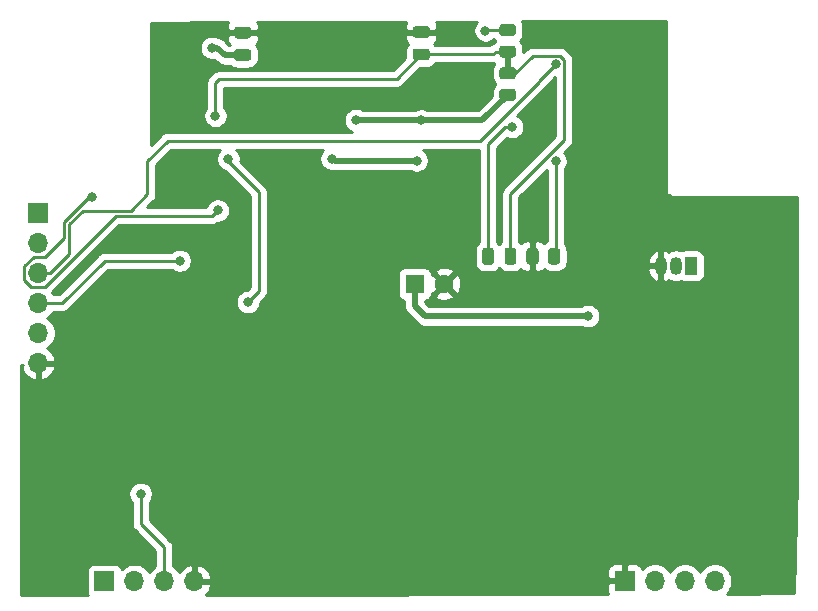
<source format=gbr>
%TF.GenerationSoftware,KiCad,Pcbnew,5.1.9+dfsg1-1*%
%TF.CreationDate,2021-05-21T09:37:11+02:00*%
%TF.ProjectId,vscp-din-m1-wireless-p1,76736370-2d64-4696-9e2d-6d312d776972,rev?*%
%TF.SameCoordinates,Original*%
%TF.FileFunction,Copper,L2,Bot*%
%TF.FilePolarity,Positive*%
%FSLAX46Y46*%
G04 Gerber Fmt 4.6, Leading zero omitted, Abs format (unit mm)*
G04 Created by KiCad (PCBNEW 5.1.9+dfsg1-1) date 2021-05-21 09:37:11*
%MOMM*%
%LPD*%
G01*
G04 APERTURE LIST*
%TA.AperFunction,ComponentPad*%
%ADD10O,1.700000X1.700000*%
%TD*%
%TA.AperFunction,ComponentPad*%
%ADD11R,1.700000X1.700000*%
%TD*%
%TA.AperFunction,ComponentPad*%
%ADD12C,1.600000*%
%TD*%
%TA.AperFunction,ComponentPad*%
%ADD13R,1.600000X1.600000*%
%TD*%
%TA.AperFunction,ComponentPad*%
%ADD14R,1.050000X1.500000*%
%TD*%
%TA.AperFunction,ComponentPad*%
%ADD15O,1.050000X1.500000*%
%TD*%
%TA.AperFunction,ViaPad*%
%ADD16C,0.800000*%
%TD*%
%TA.AperFunction,Conductor*%
%ADD17C,0.250000*%
%TD*%
%TA.AperFunction,Conductor*%
%ADD18C,0.500000*%
%TD*%
%TA.AperFunction,Conductor*%
%ADD19C,0.254000*%
%TD*%
%TA.AperFunction,Conductor*%
%ADD20C,0.100000*%
%TD*%
G04 APERTURE END LIST*
D10*
%TO.P,J3,6*%
%TO.N,GND*%
X72110600Y-99695000D03*
%TO.P,J3,5*%
%TO.N,VCC*%
X72110600Y-97155000D03*
%TO.P,J3,4*%
%TO.N,/RESET*%
X72110600Y-94615000D03*
%TO.P,J3,3*%
%TO.N,/RXD*%
X72110600Y-92075000D03*
%TO.P,J3,2*%
%TO.N,/TXD*%
X72110600Y-89535000D03*
D11*
%TO.P,J3,1*%
%TO.N,/FLASH*%
X72110600Y-86995000D03*
%TD*%
%TO.P,R8,2*%
%TO.N,Net-(R8-Pad2)*%
%TA.AperFunction,SMDPad,CuDef*%
G36*
G01*
X115284200Y-91102601D02*
X115284200Y-90202599D01*
G75*
G02*
X115534199Y-89952600I249999J0D01*
G01*
X116059201Y-89952600D01*
G75*
G02*
X116309200Y-90202599I0J-249999D01*
G01*
X116309200Y-91102601D01*
G75*
G02*
X116059201Y-91352600I-249999J0D01*
G01*
X115534199Y-91352600D01*
G75*
G02*
X115284200Y-91102601I0J249999D01*
G01*
G37*
%TD.AperFunction*%
%TO.P,R8,1*%
%TO.N,GND*%
%TA.AperFunction,SMDPad,CuDef*%
G36*
G01*
X113459200Y-91102601D02*
X113459200Y-90202599D01*
G75*
G02*
X113709199Y-89952600I249999J0D01*
G01*
X114234201Y-89952600D01*
G75*
G02*
X114484200Y-90202599I0J-249999D01*
G01*
X114484200Y-91102601D01*
G75*
G02*
X114234201Y-91352600I-249999J0D01*
G01*
X113709199Y-91352600D01*
G75*
G02*
X113459200Y-91102601I0J249999D01*
G01*
G37*
%TD.AperFunction*%
%TD*%
%TO.P,R4,2*%
%TO.N,Net-(R4-Pad2)*%
%TA.AperFunction,SMDPad,CuDef*%
G36*
G01*
X110700400Y-90177600D02*
X110700400Y-91127600D01*
G75*
G02*
X110450400Y-91377600I-250000J0D01*
G01*
X109950400Y-91377600D01*
G75*
G02*
X109700400Y-91127600I0J250000D01*
G01*
X109700400Y-90177600D01*
G75*
G02*
X109950400Y-89927600I250000J0D01*
G01*
X110450400Y-89927600D01*
G75*
G02*
X110700400Y-90177600I0J-250000D01*
G01*
G37*
%TD.AperFunction*%
%TO.P,R4,1*%
%TO.N,/RESET*%
%TA.AperFunction,SMDPad,CuDef*%
G36*
G01*
X112600400Y-90177600D02*
X112600400Y-91127600D01*
G75*
G02*
X112350400Y-91377600I-250000J0D01*
G01*
X111850400Y-91377600D01*
G75*
G02*
X111600400Y-91127600I0J250000D01*
G01*
X111600400Y-90177600D01*
G75*
G02*
X111850400Y-89927600I250000J0D01*
G01*
X112350400Y-89927600D01*
G75*
G02*
X112600400Y-90177600I0J-250000D01*
G01*
G37*
%TD.AperFunction*%
%TD*%
%TO.P,R3,2*%
%TO.N,/RESET*%
%TA.AperFunction,SMDPad,CuDef*%
G36*
G01*
X111411599Y-72815400D02*
X112311601Y-72815400D01*
G75*
G02*
X112561600Y-73065399I0J-249999D01*
G01*
X112561600Y-73590401D01*
G75*
G02*
X112311601Y-73840400I-249999J0D01*
G01*
X111411599Y-73840400D01*
G75*
G02*
X111161600Y-73590401I0J249999D01*
G01*
X111161600Y-73065399D01*
G75*
G02*
X111411599Y-72815400I249999J0D01*
G01*
G37*
%TD.AperFunction*%
%TO.P,R3,1*%
%TO.N,Net-(R3-Pad1)*%
%TA.AperFunction,SMDPad,CuDef*%
G36*
G01*
X111411599Y-70990400D02*
X112311601Y-70990400D01*
G75*
G02*
X112561600Y-71240399I0J-249999D01*
G01*
X112561600Y-71765401D01*
G75*
G02*
X112311601Y-72015400I-249999J0D01*
G01*
X111411599Y-72015400D01*
G75*
G02*
X111161600Y-71765401I0J249999D01*
G01*
X111161600Y-71240399D01*
G75*
G02*
X111411599Y-70990400I249999J0D01*
G01*
G37*
%TD.AperFunction*%
%TD*%
%TO.P,R2,2*%
%TO.N,/RESET*%
%TA.AperFunction,SMDPad,CuDef*%
G36*
G01*
X112311601Y-75673000D02*
X111411599Y-75673000D01*
G75*
G02*
X111161600Y-75423001I0J249999D01*
G01*
X111161600Y-74897999D01*
G75*
G02*
X111411599Y-74648000I249999J0D01*
G01*
X112311601Y-74648000D01*
G75*
G02*
X112561600Y-74897999I0J-249999D01*
G01*
X112561600Y-75423001D01*
G75*
G02*
X112311601Y-75673000I-249999J0D01*
G01*
G37*
%TD.AperFunction*%
%TO.P,R2,1*%
%TO.N,VCC*%
%TA.AperFunction,SMDPad,CuDef*%
G36*
G01*
X112311601Y-77498000D02*
X111411599Y-77498000D01*
G75*
G02*
X111161600Y-77248001I0J249999D01*
G01*
X111161600Y-76722999D01*
G75*
G02*
X111411599Y-76473000I249999J0D01*
G01*
X112311601Y-76473000D01*
G75*
G02*
X112561600Y-76722999I0J-249999D01*
G01*
X112561600Y-77248001D01*
G75*
G02*
X112311601Y-77498000I-249999J0D01*
G01*
G37*
%TD.AperFunction*%
%TD*%
%TO.P,C4,2*%
%TO.N,GND*%
%TA.AperFunction,SMDPad,CuDef*%
G36*
G01*
X89908400Y-72219400D02*
X88958400Y-72219400D01*
G75*
G02*
X88708400Y-71969400I0J250000D01*
G01*
X88708400Y-71469400D01*
G75*
G02*
X88958400Y-71219400I250000J0D01*
G01*
X89908400Y-71219400D01*
G75*
G02*
X90158400Y-71469400I0J-250000D01*
G01*
X90158400Y-71969400D01*
G75*
G02*
X89908400Y-72219400I-250000J0D01*
G01*
G37*
%TD.AperFunction*%
%TO.P,C4,1*%
%TO.N,VCC*%
%TA.AperFunction,SMDPad,CuDef*%
G36*
G01*
X89908400Y-74119400D02*
X88958400Y-74119400D01*
G75*
G02*
X88708400Y-73869400I0J250000D01*
G01*
X88708400Y-73369400D01*
G75*
G02*
X88958400Y-73119400I250000J0D01*
G01*
X89908400Y-73119400D01*
G75*
G02*
X90158400Y-73369400I0J-250000D01*
G01*
X90158400Y-73869400D01*
G75*
G02*
X89908400Y-74119400I-250000J0D01*
G01*
G37*
%TD.AperFunction*%
%TD*%
%TO.P,C3,2*%
%TO.N,GND*%
%TA.AperFunction,SMDPad,CuDef*%
G36*
G01*
X105021400Y-72168600D02*
X104071400Y-72168600D01*
G75*
G02*
X103821400Y-71918600I0J250000D01*
G01*
X103821400Y-71418600D01*
G75*
G02*
X104071400Y-71168600I250000J0D01*
G01*
X105021400Y-71168600D01*
G75*
G02*
X105271400Y-71418600I0J-250000D01*
G01*
X105271400Y-71918600D01*
G75*
G02*
X105021400Y-72168600I-250000J0D01*
G01*
G37*
%TD.AperFunction*%
%TO.P,C3,1*%
%TO.N,/RESET*%
%TA.AperFunction,SMDPad,CuDef*%
G36*
G01*
X105021400Y-74068600D02*
X104071400Y-74068600D01*
G75*
G02*
X103821400Y-73818600I0J250000D01*
G01*
X103821400Y-73318600D01*
G75*
G02*
X104071400Y-73068600I250000J0D01*
G01*
X105021400Y-73068600D01*
G75*
G02*
X105271400Y-73318600I0J-250000D01*
G01*
X105271400Y-73818600D01*
G75*
G02*
X105021400Y-74068600I-250000J0D01*
G01*
G37*
%TD.AperFunction*%
%TD*%
D12*
%TO.P,C2,2*%
%TO.N,GND*%
X106500000Y-93000000D03*
D13*
%TO.P,C2,1*%
%TO.N,VCC*%
X104000000Y-93000000D03*
%TD*%
D14*
%TO.P,Q1,1*%
%TO.N,Net-(Q1-Pad1)*%
X127381000Y-91465400D03*
D15*
%TO.P,Q1,3*%
%TO.N,GND*%
X124841000Y-91465400D03*
%TO.P,Q1,2*%
%TO.N,Net-(J1-Pad3)*%
X126111000Y-91465400D03*
%TD*%
D10*
%TO.P,J2,4*%
%TO.N,VCC*%
X129413000Y-118135400D03*
%TO.P,J2,3*%
%TO.N,Net-(J2-Pad3)*%
X126873000Y-118135400D03*
%TO.P,J2,2*%
%TO.N,Net-(J2-Pad2)*%
X124333000Y-118135400D03*
D11*
%TO.P,J2,1*%
%TO.N,GND*%
X121793000Y-118135400D03*
%TD*%
D10*
%TO.P,J1,4*%
%TO.N,GND*%
X85344000Y-118160800D03*
%TO.P,J1,3*%
%TO.N,Net-(J1-Pad3)*%
X82804000Y-118160800D03*
%TO.P,J1,2*%
%TO.N,Net-(J1-Pad2)*%
X80264000Y-118160800D03*
D11*
%TO.P,J1,1*%
%TO.N,VDD*%
X77724000Y-118160800D03*
%TD*%
D16*
%TO.N,Net-(J1-Pad3)*%
X80797400Y-110769400D03*
%TO.N,Net-(J1-Pad2)*%
X80264000Y-118160800D03*
%TO.N,GND*%
X115011200Y-78155800D03*
X108051600Y-102971600D03*
X91973400Y-84124800D03*
X87299800Y-91490800D03*
X97688400Y-72440800D03*
X122199400Y-102793800D03*
X118313200Y-78028800D03*
X124968000Y-87452200D03*
X112039400Y-82753200D03*
X80467200Y-100228400D03*
X80060800Y-107315000D03*
X77393800Y-94335600D03*
X71805800Y-112699800D03*
%TO.N,VCC*%
X86817200Y-72999600D03*
X104546400Y-79146400D03*
X118668800Y-95732600D03*
X104165400Y-82550000D03*
X96951800Y-82397600D03*
X99009200Y-79121000D03*
%TO.N,/RESET*%
X87122000Y-78765400D03*
X84099400Y-91033600D03*
%TO.N,Net-(R3-Pad1)*%
X109982000Y-71551800D03*
%TO.N,Net-(R4-Pad2)*%
X112242600Y-79705200D03*
%TO.N,Net-(R5-Pad2)*%
X87325200Y-86766400D03*
X76657200Y-85625000D03*
%TO.N,Net-(R8-Pad2)*%
X115925600Y-82600800D03*
%TO.N,/RXD*%
X115925600Y-74396600D03*
%TO.N,Net-(R16-Pad2)*%
X89865200Y-94538800D03*
X88214200Y-82423000D03*
%TD*%
D17*
%TO.N,Net-(J1-Pad3)*%
X80797400Y-110769400D02*
X80797400Y-113284000D01*
X82804000Y-115290600D02*
X82804000Y-118160800D01*
X80797400Y-113284000D02*
X82804000Y-115290600D01*
%TO.N,GND*%
X122021600Y-102971600D02*
X122199400Y-102793800D01*
X108051600Y-102971600D02*
X122021600Y-102971600D01*
X124968000Y-91338400D02*
X124841000Y-91465400D01*
X124968000Y-87452200D02*
X124968000Y-91338400D01*
D18*
%TO.N,VCC*%
X89433400Y-73619400D02*
X87894200Y-73619400D01*
X87274400Y-72999600D02*
X86817200Y-72999600D01*
X87894200Y-73619400D02*
X87274400Y-72999600D01*
X118668800Y-95732600D02*
X104876600Y-95732600D01*
X104000000Y-94856000D02*
X104000000Y-93000000D01*
X104876600Y-95732600D02*
X104000000Y-94856000D01*
X109700700Y-79146400D02*
X111861600Y-76985500D01*
X104546400Y-79146400D02*
X109700700Y-79146400D01*
X104165400Y-82550000D02*
X97256600Y-82550000D01*
X97104200Y-82397600D02*
X96951800Y-82397600D01*
X97256600Y-82550000D02*
X97104200Y-82397600D01*
X104521000Y-79121000D02*
X104546400Y-79146400D01*
X99009200Y-79121000D02*
X104521000Y-79121000D01*
%TO.N,/RESET*%
X111861600Y-75160500D02*
X111861600Y-73327900D01*
D17*
X111861600Y-73327900D02*
X110847500Y-73327900D01*
X110606800Y-73568600D02*
X104546400Y-73568600D01*
X110847500Y-73327900D02*
X110606800Y-73568600D01*
X111861600Y-75160500D02*
X112494700Y-75160500D01*
X112100400Y-85352998D02*
X112100400Y-90652600D01*
X116650601Y-80802797D02*
X112100400Y-85352998D01*
X113983601Y-73671599D02*
X116273601Y-73671599D01*
X116650601Y-74048599D02*
X116650601Y-80802797D01*
X116273601Y-73671599D02*
X116650601Y-74048599D01*
X112494700Y-75160500D02*
X113983601Y-73671599D01*
X104546400Y-73568600D02*
X102473800Y-75641200D01*
X102473800Y-75641200D02*
X87452200Y-75641200D01*
X87452200Y-75641200D02*
X87122000Y-75971400D01*
X87122000Y-75971400D02*
X87122000Y-78765400D01*
X84099400Y-91033600D02*
X77749400Y-91033600D01*
X74168000Y-94615000D02*
X72110600Y-94615000D01*
X77749400Y-91033600D02*
X74168000Y-94615000D01*
%TO.N,Net-(R3-Pad1)*%
X110030900Y-71502900D02*
X109982000Y-71551800D01*
X111861600Y-71502900D02*
X110030900Y-71502900D01*
%TO.N,Net-(R4-Pad2)*%
X112242600Y-79705200D02*
X111633000Y-79705200D01*
X110200400Y-81137800D02*
X110200400Y-90652600D01*
X111633000Y-79705200D02*
X110200400Y-81137800D01*
%TO.N,Net-(R5-Pad2)*%
X72674601Y-90710001D02*
X74276790Y-89107812D01*
X70935599Y-91510999D02*
X71736597Y-90710001D01*
X71736597Y-90710001D02*
X72674601Y-90710001D01*
X71546599Y-93250001D02*
X70935599Y-92639001D01*
X70935599Y-92639001D02*
X70935599Y-91510999D01*
X72674601Y-93250001D02*
X71546599Y-93250001D01*
X74276790Y-87748400D02*
X76401790Y-85623400D01*
X78682792Y-87241810D02*
X72674601Y-93250001D01*
X74276790Y-89107812D02*
X74276790Y-87748400D01*
X86849790Y-87241810D02*
X78682792Y-87241810D01*
X87325200Y-86766400D02*
X86849790Y-87241810D01*
X76655600Y-85623400D02*
X76657200Y-85625000D01*
X76401790Y-85623400D02*
X76655600Y-85623400D01*
%TO.N,Net-(R8-Pad2)*%
X115925600Y-90523700D02*
X115796700Y-90652600D01*
X115925600Y-82600800D02*
X115925600Y-90523700D01*
%TO.N,/RXD*%
X115925600Y-74396600D02*
X114503200Y-75819000D01*
X114503200Y-75869590D02*
X109499190Y-80873600D01*
X114503200Y-75819000D02*
X114503200Y-75869590D01*
X109499190Y-80873600D02*
X83083400Y-80873600D01*
X81350010Y-82606990D02*
X81350010Y-85400990D01*
X83083400Y-80873600D02*
X81350010Y-82606990D01*
X81350010Y-85400990D02*
X79959200Y-86791800D01*
X79959200Y-86791800D02*
X75869800Y-86791800D01*
X75869800Y-86791800D02*
X74752200Y-87909400D01*
X74752200Y-88632402D02*
X74726800Y-88657802D01*
X74752200Y-87909400D02*
X74752200Y-88632402D01*
X74726800Y-88657802D02*
X74726800Y-90500200D01*
X73152000Y-92075000D02*
X72110600Y-92075000D01*
X74726800Y-90500200D02*
X73152000Y-92075000D01*
%TO.N,Net-(R16-Pad2)*%
X89865200Y-94538800D02*
X90805000Y-93599000D01*
X90805000Y-93599000D02*
X90805000Y-85242400D01*
X90805000Y-85242400D02*
X88061800Y-82499200D01*
X88138000Y-82499200D02*
X88214200Y-82423000D01*
X88061800Y-82499200D02*
X88138000Y-82499200D01*
%TD*%
D19*
%TO.N,GND*%
X125247400Y-85318600D02*
X125249840Y-85343376D01*
X125257067Y-85367201D01*
X125268803Y-85389157D01*
X125284597Y-85408403D01*
X125303843Y-85424197D01*
X125325799Y-85435933D01*
X125349624Y-85443160D01*
X125373008Y-85445592D01*
X125513145Y-85447129D01*
X125531052Y-85468948D01*
X125631550Y-85551425D01*
X125746207Y-85612710D01*
X125870617Y-85650450D01*
X126000000Y-85663193D01*
X126032419Y-85660000D01*
X136340001Y-85660000D01*
X136340000Y-109644061D01*
X136146540Y-119202439D01*
X130435072Y-119213435D01*
X130566475Y-119082032D01*
X130728990Y-118838811D01*
X130840932Y-118568558D01*
X130898000Y-118281660D01*
X130898000Y-117989140D01*
X130840932Y-117702242D01*
X130728990Y-117431989D01*
X130566475Y-117188768D01*
X130359632Y-116981925D01*
X130116411Y-116819410D01*
X129846158Y-116707468D01*
X129559260Y-116650400D01*
X129266740Y-116650400D01*
X128979842Y-116707468D01*
X128709589Y-116819410D01*
X128466368Y-116981925D01*
X128259525Y-117188768D01*
X128143000Y-117363160D01*
X128026475Y-117188768D01*
X127819632Y-116981925D01*
X127576411Y-116819410D01*
X127306158Y-116707468D01*
X127019260Y-116650400D01*
X126726740Y-116650400D01*
X126439842Y-116707468D01*
X126169589Y-116819410D01*
X125926368Y-116981925D01*
X125719525Y-117188768D01*
X125603000Y-117363160D01*
X125486475Y-117188768D01*
X125279632Y-116981925D01*
X125036411Y-116819410D01*
X124766158Y-116707468D01*
X124479260Y-116650400D01*
X124186740Y-116650400D01*
X123899842Y-116707468D01*
X123629589Y-116819410D01*
X123386368Y-116981925D01*
X123254513Y-117113780D01*
X123232502Y-117041220D01*
X123173537Y-116930906D01*
X123094185Y-116834215D01*
X122997494Y-116754863D01*
X122887180Y-116695898D01*
X122767482Y-116659588D01*
X122643000Y-116647328D01*
X122078750Y-116650400D01*
X121920000Y-116809150D01*
X121920000Y-118008400D01*
X121940000Y-118008400D01*
X121940000Y-118262400D01*
X121920000Y-118262400D01*
X121920000Y-118282400D01*
X121666000Y-118282400D01*
X121666000Y-118262400D01*
X120466750Y-118262400D01*
X120308000Y-118421150D01*
X120304928Y-118985400D01*
X120317188Y-119109882D01*
X120353498Y-119229580D01*
X120355242Y-119232842D01*
X86290590Y-119298427D01*
X86344269Y-119258388D01*
X86539178Y-119042155D01*
X86688157Y-118792052D01*
X86785481Y-118517691D01*
X86664814Y-118287800D01*
X85471000Y-118287800D01*
X85471000Y-118307800D01*
X85217000Y-118307800D01*
X85217000Y-118287800D01*
X85197000Y-118287800D01*
X85197000Y-118033800D01*
X85217000Y-118033800D01*
X85217000Y-116840645D01*
X85471000Y-116840645D01*
X85471000Y-118033800D01*
X86664814Y-118033800D01*
X86785481Y-117803909D01*
X86688157Y-117529548D01*
X86542726Y-117285400D01*
X120304928Y-117285400D01*
X120308000Y-117849650D01*
X120466750Y-118008400D01*
X121666000Y-118008400D01*
X121666000Y-116809150D01*
X121507250Y-116650400D01*
X120943000Y-116647328D01*
X120818518Y-116659588D01*
X120698820Y-116695898D01*
X120588506Y-116754863D01*
X120491815Y-116834215D01*
X120412463Y-116930906D01*
X120353498Y-117041220D01*
X120317188Y-117160918D01*
X120304928Y-117285400D01*
X86542726Y-117285400D01*
X86539178Y-117279445D01*
X86344269Y-117063212D01*
X86110920Y-116889159D01*
X85848099Y-116763975D01*
X85700890Y-116719324D01*
X85471000Y-116840645D01*
X85217000Y-116840645D01*
X84987110Y-116719324D01*
X84839901Y-116763975D01*
X84577080Y-116889159D01*
X84343731Y-117063212D01*
X84148822Y-117279445D01*
X84079195Y-117396334D01*
X83957475Y-117214168D01*
X83750632Y-117007325D01*
X83564000Y-116882622D01*
X83564000Y-115327923D01*
X83567676Y-115290600D01*
X83564000Y-115253277D01*
X83564000Y-115253267D01*
X83553003Y-115141614D01*
X83509546Y-114998353D01*
X83438975Y-114866325D01*
X83438974Y-114866323D01*
X83367799Y-114779597D01*
X83344001Y-114750599D01*
X83315004Y-114726802D01*
X81557400Y-112969199D01*
X81557400Y-111473111D01*
X81601337Y-111429174D01*
X81714605Y-111259656D01*
X81792626Y-111071298D01*
X81832400Y-110871339D01*
X81832400Y-110667461D01*
X81792626Y-110467502D01*
X81714605Y-110279144D01*
X81601337Y-110109626D01*
X81457174Y-109965463D01*
X81287656Y-109852195D01*
X81099298Y-109774174D01*
X80899339Y-109734400D01*
X80695461Y-109734400D01*
X80495502Y-109774174D01*
X80307144Y-109852195D01*
X80137626Y-109965463D01*
X79993463Y-110109626D01*
X79880195Y-110279144D01*
X79802174Y-110467502D01*
X79762400Y-110667461D01*
X79762400Y-110871339D01*
X79802174Y-111071298D01*
X79880195Y-111259656D01*
X79993463Y-111429174D01*
X80037400Y-111473111D01*
X80037401Y-113246668D01*
X80033724Y-113284000D01*
X80048398Y-113432985D01*
X80091854Y-113576246D01*
X80162426Y-113708276D01*
X80233601Y-113795002D01*
X80257400Y-113824001D01*
X80286398Y-113847799D01*
X82044000Y-115605402D01*
X82044001Y-116882621D01*
X81857368Y-117007325D01*
X81650525Y-117214168D01*
X81534000Y-117388560D01*
X81417475Y-117214168D01*
X81210632Y-117007325D01*
X80967411Y-116844810D01*
X80697158Y-116732868D01*
X80410260Y-116675800D01*
X80117740Y-116675800D01*
X79830842Y-116732868D01*
X79560589Y-116844810D01*
X79317368Y-117007325D01*
X79185513Y-117139180D01*
X79163502Y-117066620D01*
X79104537Y-116956306D01*
X79025185Y-116859615D01*
X78928494Y-116780263D01*
X78818180Y-116721298D01*
X78698482Y-116684988D01*
X78574000Y-116672728D01*
X76874000Y-116672728D01*
X76749518Y-116684988D01*
X76629820Y-116721298D01*
X76519506Y-116780263D01*
X76422815Y-116859615D01*
X76343463Y-116956306D01*
X76284498Y-117066620D01*
X76248188Y-117186318D01*
X76235928Y-117310800D01*
X76235928Y-119010800D01*
X76248188Y-119135282D01*
X76284498Y-119254980D01*
X76317984Y-119317627D01*
X70660000Y-119328520D01*
X70660000Y-99822002D01*
X70790444Y-99822002D01*
X70669124Y-100051890D01*
X70713775Y-100199099D01*
X70838959Y-100461920D01*
X71013012Y-100695269D01*
X71229245Y-100890178D01*
X71479348Y-101039157D01*
X71753709Y-101136481D01*
X71983600Y-101015814D01*
X71983600Y-99822000D01*
X72237600Y-99822000D01*
X72237600Y-101015814D01*
X72467491Y-101136481D01*
X72741852Y-101039157D01*
X72991955Y-100890178D01*
X73208188Y-100695269D01*
X73382241Y-100461920D01*
X73507425Y-100199099D01*
X73552076Y-100051890D01*
X73430755Y-99822000D01*
X72237600Y-99822000D01*
X71983600Y-99822000D01*
X71963600Y-99822000D01*
X71963600Y-99568000D01*
X71983600Y-99568000D01*
X71983600Y-99548000D01*
X72237600Y-99548000D01*
X72237600Y-99568000D01*
X73430755Y-99568000D01*
X73552076Y-99338110D01*
X73507425Y-99190901D01*
X73382241Y-98928080D01*
X73208188Y-98694731D01*
X72991955Y-98499822D01*
X72875066Y-98430195D01*
X73057232Y-98308475D01*
X73264075Y-98101632D01*
X73426590Y-97858411D01*
X73538532Y-97588158D01*
X73595600Y-97301260D01*
X73595600Y-97008740D01*
X73538532Y-96721842D01*
X73426590Y-96451589D01*
X73264075Y-96208368D01*
X73057232Y-96001525D01*
X72882840Y-95885000D01*
X73057232Y-95768475D01*
X73264075Y-95561632D01*
X73388778Y-95375000D01*
X74130678Y-95375000D01*
X74168000Y-95378676D01*
X74205322Y-95375000D01*
X74205333Y-95375000D01*
X74316986Y-95364003D01*
X74460247Y-95320546D01*
X74592276Y-95249974D01*
X74708001Y-95155001D01*
X74731804Y-95125997D01*
X78064203Y-91793600D01*
X83395689Y-91793600D01*
X83439626Y-91837537D01*
X83609144Y-91950805D01*
X83797502Y-92028826D01*
X83997461Y-92068600D01*
X84201339Y-92068600D01*
X84401298Y-92028826D01*
X84589656Y-91950805D01*
X84759174Y-91837537D01*
X84903337Y-91693374D01*
X85016605Y-91523856D01*
X85094626Y-91335498D01*
X85134400Y-91135539D01*
X85134400Y-90931661D01*
X85094626Y-90731702D01*
X85016605Y-90543344D01*
X84903337Y-90373826D01*
X84759174Y-90229663D01*
X84589656Y-90116395D01*
X84401298Y-90038374D01*
X84201339Y-89998600D01*
X83997461Y-89998600D01*
X83797502Y-90038374D01*
X83609144Y-90116395D01*
X83439626Y-90229663D01*
X83395689Y-90273600D01*
X77786722Y-90273600D01*
X77749399Y-90269924D01*
X77712076Y-90273600D01*
X77712067Y-90273600D01*
X77600414Y-90284597D01*
X77457153Y-90328054D01*
X77325124Y-90398626D01*
X77325122Y-90398627D01*
X77325123Y-90398627D01*
X77238396Y-90469801D01*
X77238392Y-90469805D01*
X77209399Y-90493599D01*
X77185605Y-90522592D01*
X73853199Y-93855000D01*
X73388778Y-93855000D01*
X73290895Y-93708508D01*
X78997594Y-88001810D01*
X86812468Y-88001810D01*
X86849790Y-88005486D01*
X86887112Y-88001810D01*
X86887123Y-88001810D01*
X86998776Y-87990813D01*
X87142037Y-87947356D01*
X87274066Y-87876784D01*
X87365922Y-87801400D01*
X87427139Y-87801400D01*
X87627098Y-87761626D01*
X87815456Y-87683605D01*
X87984974Y-87570337D01*
X88129137Y-87426174D01*
X88242405Y-87256656D01*
X88320426Y-87068298D01*
X88360200Y-86868339D01*
X88360200Y-86664461D01*
X88320426Y-86464502D01*
X88242405Y-86276144D01*
X88129137Y-86106626D01*
X87984974Y-85962463D01*
X87815456Y-85849195D01*
X87627098Y-85771174D01*
X87427139Y-85731400D01*
X87223261Y-85731400D01*
X87023302Y-85771174D01*
X86834944Y-85849195D01*
X86665426Y-85962463D01*
X86521263Y-86106626D01*
X86407995Y-86276144D01*
X86329974Y-86464502D01*
X86326531Y-86481810D01*
X81343992Y-86481810D01*
X81861013Y-85964789D01*
X81890011Y-85940991D01*
X81984984Y-85825266D01*
X82055556Y-85693237D01*
X82099013Y-85549976D01*
X82110010Y-85438323D01*
X82110010Y-85438314D01*
X82113686Y-85400991D01*
X82110010Y-85363668D01*
X82110010Y-82921791D01*
X83398202Y-81633600D01*
X87539889Y-81633600D01*
X87410263Y-81763226D01*
X87296995Y-81932744D01*
X87218974Y-82121102D01*
X87179200Y-82321061D01*
X87179200Y-82524939D01*
X87218974Y-82724898D01*
X87296995Y-82913256D01*
X87410263Y-83082774D01*
X87554426Y-83226937D01*
X87723944Y-83340205D01*
X87901586Y-83413787D01*
X90045001Y-85557203D01*
X90045000Y-93284198D01*
X89825398Y-93503800D01*
X89763261Y-93503800D01*
X89563302Y-93543574D01*
X89374944Y-93621595D01*
X89205426Y-93734863D01*
X89061263Y-93879026D01*
X88947995Y-94048544D01*
X88869974Y-94236902D01*
X88830200Y-94436861D01*
X88830200Y-94640739D01*
X88869974Y-94840698D01*
X88947995Y-95029056D01*
X89061263Y-95198574D01*
X89205426Y-95342737D01*
X89374944Y-95456005D01*
X89563302Y-95534026D01*
X89763261Y-95573800D01*
X89967139Y-95573800D01*
X90167098Y-95534026D01*
X90355456Y-95456005D01*
X90524974Y-95342737D01*
X90669137Y-95198574D01*
X90782405Y-95029056D01*
X90860426Y-94840698D01*
X90900200Y-94640739D01*
X90900200Y-94578602D01*
X91316004Y-94162798D01*
X91345001Y-94139001D01*
X91397526Y-94074999D01*
X91439974Y-94023277D01*
X91510546Y-93891247D01*
X91521541Y-93855000D01*
X91554003Y-93747986D01*
X91565000Y-93636333D01*
X91565000Y-93636323D01*
X91568676Y-93599000D01*
X91565000Y-93561677D01*
X91565000Y-92200000D01*
X102561928Y-92200000D01*
X102561928Y-93800000D01*
X102574188Y-93924482D01*
X102610498Y-94044180D01*
X102669463Y-94154494D01*
X102748815Y-94251185D01*
X102845506Y-94330537D01*
X102955820Y-94389502D01*
X103075518Y-94425812D01*
X103115000Y-94429701D01*
X103115000Y-94812531D01*
X103110719Y-94856000D01*
X103115000Y-94899469D01*
X103115000Y-94899476D01*
X103127805Y-95029489D01*
X103178411Y-95196312D01*
X103260589Y-95350058D01*
X103371183Y-95484817D01*
X103404956Y-95512534D01*
X104220070Y-96327649D01*
X104247783Y-96361417D01*
X104281551Y-96389130D01*
X104281553Y-96389132D01*
X104382541Y-96472011D01*
X104536286Y-96554189D01*
X104703110Y-96604795D01*
X104833123Y-96617600D01*
X104833131Y-96617600D01*
X104876600Y-96621881D01*
X104920069Y-96617600D01*
X118130346Y-96617600D01*
X118178544Y-96649805D01*
X118366902Y-96727826D01*
X118566861Y-96767600D01*
X118770739Y-96767600D01*
X118970698Y-96727826D01*
X119159056Y-96649805D01*
X119328574Y-96536537D01*
X119472737Y-96392374D01*
X119586005Y-96222856D01*
X119664026Y-96034498D01*
X119703800Y-95834539D01*
X119703800Y-95630661D01*
X119664026Y-95430702D01*
X119586005Y-95242344D01*
X119472737Y-95072826D01*
X119328574Y-94928663D01*
X119159056Y-94815395D01*
X118970698Y-94737374D01*
X118770739Y-94697600D01*
X118566861Y-94697600D01*
X118366902Y-94737374D01*
X118178544Y-94815395D01*
X118130346Y-94847600D01*
X105243179Y-94847600D01*
X104885000Y-94489422D01*
X104885000Y-94429701D01*
X104924482Y-94425812D01*
X105044180Y-94389502D01*
X105154494Y-94330537D01*
X105251185Y-94251185D01*
X105330537Y-94154494D01*
X105389502Y-94044180D01*
X105405117Y-93992702D01*
X105686903Y-93992702D01*
X105758486Y-94236671D01*
X106013996Y-94357571D01*
X106288184Y-94426300D01*
X106570512Y-94440217D01*
X106850130Y-94398787D01*
X107116292Y-94303603D01*
X107241514Y-94236671D01*
X107313097Y-93992702D01*
X106500000Y-93179605D01*
X105686903Y-93992702D01*
X105405117Y-93992702D01*
X105425812Y-93924482D01*
X105438072Y-93800000D01*
X105438072Y-93792785D01*
X105507298Y-93813097D01*
X106320395Y-93000000D01*
X106679605Y-93000000D01*
X107492702Y-93813097D01*
X107736671Y-93741514D01*
X107857571Y-93486004D01*
X107926300Y-93211816D01*
X107940217Y-92929488D01*
X107898787Y-92649870D01*
X107803603Y-92383708D01*
X107736671Y-92258486D01*
X107492702Y-92186903D01*
X106679605Y-93000000D01*
X106320395Y-93000000D01*
X105507298Y-92186903D01*
X105438072Y-92207215D01*
X105438072Y-92200000D01*
X105425812Y-92075518D01*
X105405118Y-92007298D01*
X105686903Y-92007298D01*
X106500000Y-92820395D01*
X107313097Y-92007298D01*
X107241514Y-91763329D01*
X106986004Y-91642429D01*
X106711816Y-91573700D01*
X106429488Y-91559783D01*
X106149870Y-91601213D01*
X105883708Y-91696397D01*
X105758486Y-91763329D01*
X105686903Y-92007298D01*
X105405118Y-92007298D01*
X105389502Y-91955820D01*
X105330537Y-91845506D01*
X105251185Y-91748815D01*
X105154494Y-91669463D01*
X105044180Y-91610498D01*
X104924482Y-91574188D01*
X104800000Y-91561928D01*
X103200000Y-91561928D01*
X103075518Y-91574188D01*
X102955820Y-91610498D01*
X102845506Y-91669463D01*
X102748815Y-91748815D01*
X102669463Y-91845506D01*
X102610498Y-91955820D01*
X102574188Y-92075518D01*
X102561928Y-92200000D01*
X91565000Y-92200000D01*
X91565000Y-85279725D01*
X91568676Y-85242400D01*
X91565000Y-85205075D01*
X91565000Y-85205067D01*
X91554003Y-85093414D01*
X91510546Y-84950153D01*
X91439974Y-84818124D01*
X91345001Y-84702399D01*
X91316003Y-84678601D01*
X89234789Y-82597388D01*
X89249200Y-82524939D01*
X89249200Y-82321061D01*
X89209426Y-82121102D01*
X89131405Y-81932744D01*
X89018137Y-81763226D01*
X88888511Y-81633600D01*
X96252089Y-81633600D01*
X96147863Y-81737826D01*
X96034595Y-81907344D01*
X95956574Y-82095702D01*
X95916800Y-82295661D01*
X95916800Y-82499539D01*
X95956574Y-82699498D01*
X96034595Y-82887856D01*
X96147863Y-83057374D01*
X96292026Y-83201537D01*
X96461544Y-83314805D01*
X96649902Y-83392826D01*
X96849861Y-83432600D01*
X97053739Y-83432600D01*
X97098452Y-83423706D01*
X97213123Y-83435000D01*
X97213133Y-83435000D01*
X97256599Y-83439281D01*
X97300065Y-83435000D01*
X103626946Y-83435000D01*
X103675144Y-83467205D01*
X103863502Y-83545226D01*
X104063461Y-83585000D01*
X104267339Y-83585000D01*
X104467298Y-83545226D01*
X104655656Y-83467205D01*
X104825174Y-83353937D01*
X104969337Y-83209774D01*
X105082605Y-83040256D01*
X105160626Y-82851898D01*
X105200400Y-82651939D01*
X105200400Y-82448061D01*
X105160626Y-82248102D01*
X105082605Y-82059744D01*
X104969337Y-81890226D01*
X104825174Y-81746063D01*
X104656861Y-81633600D01*
X109440400Y-81633600D01*
X109440401Y-89452829D01*
X109322438Y-89549638D01*
X109211995Y-89684214D01*
X109129928Y-89837750D01*
X109079392Y-90004346D01*
X109062328Y-90177600D01*
X109062328Y-91127600D01*
X109079392Y-91300854D01*
X109129928Y-91467450D01*
X109211995Y-91620986D01*
X109322438Y-91755562D01*
X109457014Y-91866005D01*
X109610550Y-91948072D01*
X109777146Y-91998608D01*
X109950400Y-92015672D01*
X110450400Y-92015672D01*
X110623654Y-91998608D01*
X110790250Y-91948072D01*
X110943786Y-91866005D01*
X111078362Y-91755562D01*
X111150400Y-91667783D01*
X111222438Y-91755562D01*
X111357014Y-91866005D01*
X111510550Y-91948072D01*
X111677146Y-91998608D01*
X111850400Y-92015672D01*
X112350400Y-92015672D01*
X112523654Y-91998608D01*
X112690250Y-91948072D01*
X112843786Y-91866005D01*
X112972433Y-91760428D01*
X113008015Y-91803785D01*
X113104706Y-91883137D01*
X113215020Y-91942102D01*
X113334718Y-91978412D01*
X113459200Y-91990672D01*
X113685950Y-91987600D01*
X113844700Y-91828850D01*
X113844700Y-90779600D01*
X113824700Y-90779600D01*
X113824700Y-90525600D01*
X113844700Y-90525600D01*
X113844700Y-89476350D01*
X113685950Y-89317600D01*
X113459200Y-89314528D01*
X113334718Y-89326788D01*
X113215020Y-89363098D01*
X113104706Y-89422063D01*
X113008015Y-89501415D01*
X112972433Y-89544772D01*
X112860400Y-89452830D01*
X112860400Y-85667799D01*
X115165600Y-83362599D01*
X115165601Y-89397494D01*
X115040813Y-89464195D01*
X114959563Y-89530876D01*
X114935385Y-89501415D01*
X114838694Y-89422063D01*
X114728380Y-89363098D01*
X114608682Y-89326788D01*
X114484200Y-89314528D01*
X114257450Y-89317600D01*
X114098700Y-89476350D01*
X114098700Y-90525600D01*
X114118700Y-90525600D01*
X114118700Y-90779600D01*
X114098700Y-90779600D01*
X114098700Y-91828850D01*
X114257450Y-91987600D01*
X114484200Y-91990672D01*
X114608682Y-91978412D01*
X114728380Y-91942102D01*
X114838694Y-91883137D01*
X114935385Y-91803785D01*
X114959563Y-91774324D01*
X115040813Y-91841005D01*
X115194349Y-91923072D01*
X115360945Y-91973608D01*
X115534199Y-91990672D01*
X116059201Y-91990672D01*
X116232455Y-91973608D01*
X116399051Y-91923072D01*
X116552587Y-91841005D01*
X116631909Y-91775907D01*
X123674669Y-91775907D01*
X123713761Y-92001804D01*
X123796172Y-92215734D01*
X123918736Y-92409476D01*
X124076742Y-92575584D01*
X124264118Y-92707675D01*
X124473663Y-92800672D01*
X124535190Y-92809364D01*
X124714000Y-92683563D01*
X124714000Y-91592400D01*
X123834402Y-91592400D01*
X123674669Y-91775907D01*
X116631909Y-91775907D01*
X116687162Y-91730562D01*
X116797605Y-91595987D01*
X116879672Y-91442451D01*
X116930208Y-91275855D01*
X116942121Y-91154893D01*
X123674669Y-91154893D01*
X123834402Y-91338400D01*
X124714000Y-91338400D01*
X124714000Y-91183421D01*
X124951000Y-91183421D01*
X124951000Y-91747378D01*
X124967785Y-91917799D01*
X124968000Y-91918508D01*
X124968000Y-92683563D01*
X125146810Y-92809364D01*
X125208337Y-92800672D01*
X125417882Y-92707675D01*
X125476331Y-92666471D01*
X125664940Y-92767285D01*
X125883600Y-92833615D01*
X126111000Y-92856012D01*
X126338399Y-92833615D01*
X126547098Y-92770307D01*
X126611820Y-92804902D01*
X126731518Y-92841212D01*
X126856000Y-92853472D01*
X127906000Y-92853472D01*
X128030482Y-92841212D01*
X128150180Y-92804902D01*
X128260494Y-92745937D01*
X128357185Y-92666585D01*
X128436537Y-92569894D01*
X128495502Y-92459580D01*
X128531812Y-92339882D01*
X128544072Y-92215400D01*
X128544072Y-90715400D01*
X128531812Y-90590918D01*
X128495502Y-90471220D01*
X128436537Y-90360906D01*
X128357185Y-90264215D01*
X128260494Y-90184863D01*
X128150180Y-90125898D01*
X128030482Y-90089588D01*
X127906000Y-90077328D01*
X126856000Y-90077328D01*
X126731518Y-90089588D01*
X126611820Y-90125898D01*
X126547098Y-90160493D01*
X126338400Y-90097185D01*
X126111000Y-90074788D01*
X125883601Y-90097185D01*
X125664941Y-90163515D01*
X125476331Y-90264329D01*
X125417882Y-90223125D01*
X125208337Y-90130128D01*
X125146810Y-90121436D01*
X124968000Y-90247237D01*
X124968000Y-91012291D01*
X124967785Y-91013000D01*
X124951000Y-91183421D01*
X124714000Y-91183421D01*
X124714000Y-90247237D01*
X124535190Y-90121436D01*
X124473663Y-90130128D01*
X124264118Y-90223125D01*
X124076742Y-90355216D01*
X123918736Y-90521324D01*
X123796172Y-90715066D01*
X123713761Y-90928996D01*
X123674669Y-91154893D01*
X116942121Y-91154893D01*
X116947272Y-91102601D01*
X116947272Y-90202599D01*
X116930208Y-90029345D01*
X116879672Y-89862749D01*
X116797605Y-89709213D01*
X116687162Y-89574638D01*
X116685600Y-89573356D01*
X116685600Y-83304511D01*
X116729537Y-83260574D01*
X116842805Y-83091056D01*
X116920826Y-82902698D01*
X116960600Y-82702739D01*
X116960600Y-82498861D01*
X116920826Y-82298902D01*
X116842805Y-82110544D01*
X116729537Y-81941026D01*
X116658355Y-81869844D01*
X117161604Y-81366596D01*
X117190602Y-81342798D01*
X117236571Y-81286785D01*
X117285575Y-81227074D01*
X117356147Y-81095044D01*
X117399604Y-80951783D01*
X117410601Y-80840130D01*
X117410601Y-80840120D01*
X117414277Y-80802797D01*
X117410601Y-80765474D01*
X117410601Y-74085932D01*
X117414278Y-74048599D01*
X117399604Y-73899613D01*
X117356147Y-73756352D01*
X117335425Y-73717585D01*
X117285575Y-73624323D01*
X117190602Y-73508598D01*
X117161599Y-73484796D01*
X116837405Y-73160602D01*
X116813602Y-73131598D01*
X116697877Y-73036625D01*
X116565848Y-72966053D01*
X116422587Y-72922596D01*
X116310934Y-72911599D01*
X116310923Y-72911599D01*
X116273601Y-72907923D01*
X116236279Y-72911599D01*
X114020923Y-72911599D01*
X113983601Y-72907923D01*
X113946278Y-72911599D01*
X113946268Y-72911599D01*
X113834615Y-72922596D01*
X113691354Y-72966053D01*
X113559324Y-73036625D01*
X113480227Y-73101539D01*
X113443600Y-73131598D01*
X113419802Y-73160596D01*
X113199672Y-73380726D01*
X113199672Y-73065399D01*
X113182608Y-72892145D01*
X113132072Y-72725549D01*
X113050005Y-72572013D01*
X112939562Y-72437438D01*
X112912709Y-72415400D01*
X112939562Y-72393362D01*
X113050005Y-72258787D01*
X113132072Y-72105251D01*
X113182608Y-71938655D01*
X113199672Y-71765401D01*
X113199672Y-71240399D01*
X113182608Y-71067145D01*
X113132072Y-70900549D01*
X113064761Y-70774619D01*
X125247400Y-70739368D01*
X125247400Y-85318600D01*
%TA.AperFunction,Conductor*%
D20*
G36*
X125247400Y-85318600D02*
G01*
X125249840Y-85343376D01*
X125257067Y-85367201D01*
X125268803Y-85389157D01*
X125284597Y-85408403D01*
X125303843Y-85424197D01*
X125325799Y-85435933D01*
X125349624Y-85443160D01*
X125373008Y-85445592D01*
X125513145Y-85447129D01*
X125531052Y-85468948D01*
X125631550Y-85551425D01*
X125746207Y-85612710D01*
X125870617Y-85650450D01*
X126000000Y-85663193D01*
X126032419Y-85660000D01*
X136340001Y-85660000D01*
X136340000Y-109644061D01*
X136146540Y-119202439D01*
X130435072Y-119213435D01*
X130566475Y-119082032D01*
X130728990Y-118838811D01*
X130840932Y-118568558D01*
X130898000Y-118281660D01*
X130898000Y-117989140D01*
X130840932Y-117702242D01*
X130728990Y-117431989D01*
X130566475Y-117188768D01*
X130359632Y-116981925D01*
X130116411Y-116819410D01*
X129846158Y-116707468D01*
X129559260Y-116650400D01*
X129266740Y-116650400D01*
X128979842Y-116707468D01*
X128709589Y-116819410D01*
X128466368Y-116981925D01*
X128259525Y-117188768D01*
X128143000Y-117363160D01*
X128026475Y-117188768D01*
X127819632Y-116981925D01*
X127576411Y-116819410D01*
X127306158Y-116707468D01*
X127019260Y-116650400D01*
X126726740Y-116650400D01*
X126439842Y-116707468D01*
X126169589Y-116819410D01*
X125926368Y-116981925D01*
X125719525Y-117188768D01*
X125603000Y-117363160D01*
X125486475Y-117188768D01*
X125279632Y-116981925D01*
X125036411Y-116819410D01*
X124766158Y-116707468D01*
X124479260Y-116650400D01*
X124186740Y-116650400D01*
X123899842Y-116707468D01*
X123629589Y-116819410D01*
X123386368Y-116981925D01*
X123254513Y-117113780D01*
X123232502Y-117041220D01*
X123173537Y-116930906D01*
X123094185Y-116834215D01*
X122997494Y-116754863D01*
X122887180Y-116695898D01*
X122767482Y-116659588D01*
X122643000Y-116647328D01*
X122078750Y-116650400D01*
X121920000Y-116809150D01*
X121920000Y-118008400D01*
X121940000Y-118008400D01*
X121940000Y-118262400D01*
X121920000Y-118262400D01*
X121920000Y-118282400D01*
X121666000Y-118282400D01*
X121666000Y-118262400D01*
X120466750Y-118262400D01*
X120308000Y-118421150D01*
X120304928Y-118985400D01*
X120317188Y-119109882D01*
X120353498Y-119229580D01*
X120355242Y-119232842D01*
X86290590Y-119298427D01*
X86344269Y-119258388D01*
X86539178Y-119042155D01*
X86688157Y-118792052D01*
X86785481Y-118517691D01*
X86664814Y-118287800D01*
X85471000Y-118287800D01*
X85471000Y-118307800D01*
X85217000Y-118307800D01*
X85217000Y-118287800D01*
X85197000Y-118287800D01*
X85197000Y-118033800D01*
X85217000Y-118033800D01*
X85217000Y-116840645D01*
X85471000Y-116840645D01*
X85471000Y-118033800D01*
X86664814Y-118033800D01*
X86785481Y-117803909D01*
X86688157Y-117529548D01*
X86542726Y-117285400D01*
X120304928Y-117285400D01*
X120308000Y-117849650D01*
X120466750Y-118008400D01*
X121666000Y-118008400D01*
X121666000Y-116809150D01*
X121507250Y-116650400D01*
X120943000Y-116647328D01*
X120818518Y-116659588D01*
X120698820Y-116695898D01*
X120588506Y-116754863D01*
X120491815Y-116834215D01*
X120412463Y-116930906D01*
X120353498Y-117041220D01*
X120317188Y-117160918D01*
X120304928Y-117285400D01*
X86542726Y-117285400D01*
X86539178Y-117279445D01*
X86344269Y-117063212D01*
X86110920Y-116889159D01*
X85848099Y-116763975D01*
X85700890Y-116719324D01*
X85471000Y-116840645D01*
X85217000Y-116840645D01*
X84987110Y-116719324D01*
X84839901Y-116763975D01*
X84577080Y-116889159D01*
X84343731Y-117063212D01*
X84148822Y-117279445D01*
X84079195Y-117396334D01*
X83957475Y-117214168D01*
X83750632Y-117007325D01*
X83564000Y-116882622D01*
X83564000Y-115327923D01*
X83567676Y-115290600D01*
X83564000Y-115253277D01*
X83564000Y-115253267D01*
X83553003Y-115141614D01*
X83509546Y-114998353D01*
X83438975Y-114866325D01*
X83438974Y-114866323D01*
X83367799Y-114779597D01*
X83344001Y-114750599D01*
X83315004Y-114726802D01*
X81557400Y-112969199D01*
X81557400Y-111473111D01*
X81601337Y-111429174D01*
X81714605Y-111259656D01*
X81792626Y-111071298D01*
X81832400Y-110871339D01*
X81832400Y-110667461D01*
X81792626Y-110467502D01*
X81714605Y-110279144D01*
X81601337Y-110109626D01*
X81457174Y-109965463D01*
X81287656Y-109852195D01*
X81099298Y-109774174D01*
X80899339Y-109734400D01*
X80695461Y-109734400D01*
X80495502Y-109774174D01*
X80307144Y-109852195D01*
X80137626Y-109965463D01*
X79993463Y-110109626D01*
X79880195Y-110279144D01*
X79802174Y-110467502D01*
X79762400Y-110667461D01*
X79762400Y-110871339D01*
X79802174Y-111071298D01*
X79880195Y-111259656D01*
X79993463Y-111429174D01*
X80037400Y-111473111D01*
X80037401Y-113246668D01*
X80033724Y-113284000D01*
X80048398Y-113432985D01*
X80091854Y-113576246D01*
X80162426Y-113708276D01*
X80233601Y-113795002D01*
X80257400Y-113824001D01*
X80286398Y-113847799D01*
X82044000Y-115605402D01*
X82044001Y-116882621D01*
X81857368Y-117007325D01*
X81650525Y-117214168D01*
X81534000Y-117388560D01*
X81417475Y-117214168D01*
X81210632Y-117007325D01*
X80967411Y-116844810D01*
X80697158Y-116732868D01*
X80410260Y-116675800D01*
X80117740Y-116675800D01*
X79830842Y-116732868D01*
X79560589Y-116844810D01*
X79317368Y-117007325D01*
X79185513Y-117139180D01*
X79163502Y-117066620D01*
X79104537Y-116956306D01*
X79025185Y-116859615D01*
X78928494Y-116780263D01*
X78818180Y-116721298D01*
X78698482Y-116684988D01*
X78574000Y-116672728D01*
X76874000Y-116672728D01*
X76749518Y-116684988D01*
X76629820Y-116721298D01*
X76519506Y-116780263D01*
X76422815Y-116859615D01*
X76343463Y-116956306D01*
X76284498Y-117066620D01*
X76248188Y-117186318D01*
X76235928Y-117310800D01*
X76235928Y-119010800D01*
X76248188Y-119135282D01*
X76284498Y-119254980D01*
X76317984Y-119317627D01*
X70660000Y-119328520D01*
X70660000Y-99822002D01*
X70790444Y-99822002D01*
X70669124Y-100051890D01*
X70713775Y-100199099D01*
X70838959Y-100461920D01*
X71013012Y-100695269D01*
X71229245Y-100890178D01*
X71479348Y-101039157D01*
X71753709Y-101136481D01*
X71983600Y-101015814D01*
X71983600Y-99822000D01*
X72237600Y-99822000D01*
X72237600Y-101015814D01*
X72467491Y-101136481D01*
X72741852Y-101039157D01*
X72991955Y-100890178D01*
X73208188Y-100695269D01*
X73382241Y-100461920D01*
X73507425Y-100199099D01*
X73552076Y-100051890D01*
X73430755Y-99822000D01*
X72237600Y-99822000D01*
X71983600Y-99822000D01*
X71963600Y-99822000D01*
X71963600Y-99568000D01*
X71983600Y-99568000D01*
X71983600Y-99548000D01*
X72237600Y-99548000D01*
X72237600Y-99568000D01*
X73430755Y-99568000D01*
X73552076Y-99338110D01*
X73507425Y-99190901D01*
X73382241Y-98928080D01*
X73208188Y-98694731D01*
X72991955Y-98499822D01*
X72875066Y-98430195D01*
X73057232Y-98308475D01*
X73264075Y-98101632D01*
X73426590Y-97858411D01*
X73538532Y-97588158D01*
X73595600Y-97301260D01*
X73595600Y-97008740D01*
X73538532Y-96721842D01*
X73426590Y-96451589D01*
X73264075Y-96208368D01*
X73057232Y-96001525D01*
X72882840Y-95885000D01*
X73057232Y-95768475D01*
X73264075Y-95561632D01*
X73388778Y-95375000D01*
X74130678Y-95375000D01*
X74168000Y-95378676D01*
X74205322Y-95375000D01*
X74205333Y-95375000D01*
X74316986Y-95364003D01*
X74460247Y-95320546D01*
X74592276Y-95249974D01*
X74708001Y-95155001D01*
X74731804Y-95125997D01*
X78064203Y-91793600D01*
X83395689Y-91793600D01*
X83439626Y-91837537D01*
X83609144Y-91950805D01*
X83797502Y-92028826D01*
X83997461Y-92068600D01*
X84201339Y-92068600D01*
X84401298Y-92028826D01*
X84589656Y-91950805D01*
X84759174Y-91837537D01*
X84903337Y-91693374D01*
X85016605Y-91523856D01*
X85094626Y-91335498D01*
X85134400Y-91135539D01*
X85134400Y-90931661D01*
X85094626Y-90731702D01*
X85016605Y-90543344D01*
X84903337Y-90373826D01*
X84759174Y-90229663D01*
X84589656Y-90116395D01*
X84401298Y-90038374D01*
X84201339Y-89998600D01*
X83997461Y-89998600D01*
X83797502Y-90038374D01*
X83609144Y-90116395D01*
X83439626Y-90229663D01*
X83395689Y-90273600D01*
X77786722Y-90273600D01*
X77749399Y-90269924D01*
X77712076Y-90273600D01*
X77712067Y-90273600D01*
X77600414Y-90284597D01*
X77457153Y-90328054D01*
X77325124Y-90398626D01*
X77325122Y-90398627D01*
X77325123Y-90398627D01*
X77238396Y-90469801D01*
X77238392Y-90469805D01*
X77209399Y-90493599D01*
X77185605Y-90522592D01*
X73853199Y-93855000D01*
X73388778Y-93855000D01*
X73290895Y-93708508D01*
X78997594Y-88001810D01*
X86812468Y-88001810D01*
X86849790Y-88005486D01*
X86887112Y-88001810D01*
X86887123Y-88001810D01*
X86998776Y-87990813D01*
X87142037Y-87947356D01*
X87274066Y-87876784D01*
X87365922Y-87801400D01*
X87427139Y-87801400D01*
X87627098Y-87761626D01*
X87815456Y-87683605D01*
X87984974Y-87570337D01*
X88129137Y-87426174D01*
X88242405Y-87256656D01*
X88320426Y-87068298D01*
X88360200Y-86868339D01*
X88360200Y-86664461D01*
X88320426Y-86464502D01*
X88242405Y-86276144D01*
X88129137Y-86106626D01*
X87984974Y-85962463D01*
X87815456Y-85849195D01*
X87627098Y-85771174D01*
X87427139Y-85731400D01*
X87223261Y-85731400D01*
X87023302Y-85771174D01*
X86834944Y-85849195D01*
X86665426Y-85962463D01*
X86521263Y-86106626D01*
X86407995Y-86276144D01*
X86329974Y-86464502D01*
X86326531Y-86481810D01*
X81343992Y-86481810D01*
X81861013Y-85964789D01*
X81890011Y-85940991D01*
X81984984Y-85825266D01*
X82055556Y-85693237D01*
X82099013Y-85549976D01*
X82110010Y-85438323D01*
X82110010Y-85438314D01*
X82113686Y-85400991D01*
X82110010Y-85363668D01*
X82110010Y-82921791D01*
X83398202Y-81633600D01*
X87539889Y-81633600D01*
X87410263Y-81763226D01*
X87296995Y-81932744D01*
X87218974Y-82121102D01*
X87179200Y-82321061D01*
X87179200Y-82524939D01*
X87218974Y-82724898D01*
X87296995Y-82913256D01*
X87410263Y-83082774D01*
X87554426Y-83226937D01*
X87723944Y-83340205D01*
X87901586Y-83413787D01*
X90045001Y-85557203D01*
X90045000Y-93284198D01*
X89825398Y-93503800D01*
X89763261Y-93503800D01*
X89563302Y-93543574D01*
X89374944Y-93621595D01*
X89205426Y-93734863D01*
X89061263Y-93879026D01*
X88947995Y-94048544D01*
X88869974Y-94236902D01*
X88830200Y-94436861D01*
X88830200Y-94640739D01*
X88869974Y-94840698D01*
X88947995Y-95029056D01*
X89061263Y-95198574D01*
X89205426Y-95342737D01*
X89374944Y-95456005D01*
X89563302Y-95534026D01*
X89763261Y-95573800D01*
X89967139Y-95573800D01*
X90167098Y-95534026D01*
X90355456Y-95456005D01*
X90524974Y-95342737D01*
X90669137Y-95198574D01*
X90782405Y-95029056D01*
X90860426Y-94840698D01*
X90900200Y-94640739D01*
X90900200Y-94578602D01*
X91316004Y-94162798D01*
X91345001Y-94139001D01*
X91397526Y-94074999D01*
X91439974Y-94023277D01*
X91510546Y-93891247D01*
X91521541Y-93855000D01*
X91554003Y-93747986D01*
X91565000Y-93636333D01*
X91565000Y-93636323D01*
X91568676Y-93599000D01*
X91565000Y-93561677D01*
X91565000Y-92200000D01*
X102561928Y-92200000D01*
X102561928Y-93800000D01*
X102574188Y-93924482D01*
X102610498Y-94044180D01*
X102669463Y-94154494D01*
X102748815Y-94251185D01*
X102845506Y-94330537D01*
X102955820Y-94389502D01*
X103075518Y-94425812D01*
X103115000Y-94429701D01*
X103115000Y-94812531D01*
X103110719Y-94856000D01*
X103115000Y-94899469D01*
X103115000Y-94899476D01*
X103127805Y-95029489D01*
X103178411Y-95196312D01*
X103260589Y-95350058D01*
X103371183Y-95484817D01*
X103404956Y-95512534D01*
X104220070Y-96327649D01*
X104247783Y-96361417D01*
X104281551Y-96389130D01*
X104281553Y-96389132D01*
X104382541Y-96472011D01*
X104536286Y-96554189D01*
X104703110Y-96604795D01*
X104833123Y-96617600D01*
X104833131Y-96617600D01*
X104876600Y-96621881D01*
X104920069Y-96617600D01*
X118130346Y-96617600D01*
X118178544Y-96649805D01*
X118366902Y-96727826D01*
X118566861Y-96767600D01*
X118770739Y-96767600D01*
X118970698Y-96727826D01*
X119159056Y-96649805D01*
X119328574Y-96536537D01*
X119472737Y-96392374D01*
X119586005Y-96222856D01*
X119664026Y-96034498D01*
X119703800Y-95834539D01*
X119703800Y-95630661D01*
X119664026Y-95430702D01*
X119586005Y-95242344D01*
X119472737Y-95072826D01*
X119328574Y-94928663D01*
X119159056Y-94815395D01*
X118970698Y-94737374D01*
X118770739Y-94697600D01*
X118566861Y-94697600D01*
X118366902Y-94737374D01*
X118178544Y-94815395D01*
X118130346Y-94847600D01*
X105243179Y-94847600D01*
X104885000Y-94489422D01*
X104885000Y-94429701D01*
X104924482Y-94425812D01*
X105044180Y-94389502D01*
X105154494Y-94330537D01*
X105251185Y-94251185D01*
X105330537Y-94154494D01*
X105389502Y-94044180D01*
X105405117Y-93992702D01*
X105686903Y-93992702D01*
X105758486Y-94236671D01*
X106013996Y-94357571D01*
X106288184Y-94426300D01*
X106570512Y-94440217D01*
X106850130Y-94398787D01*
X107116292Y-94303603D01*
X107241514Y-94236671D01*
X107313097Y-93992702D01*
X106500000Y-93179605D01*
X105686903Y-93992702D01*
X105405117Y-93992702D01*
X105425812Y-93924482D01*
X105438072Y-93800000D01*
X105438072Y-93792785D01*
X105507298Y-93813097D01*
X106320395Y-93000000D01*
X106679605Y-93000000D01*
X107492702Y-93813097D01*
X107736671Y-93741514D01*
X107857571Y-93486004D01*
X107926300Y-93211816D01*
X107940217Y-92929488D01*
X107898787Y-92649870D01*
X107803603Y-92383708D01*
X107736671Y-92258486D01*
X107492702Y-92186903D01*
X106679605Y-93000000D01*
X106320395Y-93000000D01*
X105507298Y-92186903D01*
X105438072Y-92207215D01*
X105438072Y-92200000D01*
X105425812Y-92075518D01*
X105405118Y-92007298D01*
X105686903Y-92007298D01*
X106500000Y-92820395D01*
X107313097Y-92007298D01*
X107241514Y-91763329D01*
X106986004Y-91642429D01*
X106711816Y-91573700D01*
X106429488Y-91559783D01*
X106149870Y-91601213D01*
X105883708Y-91696397D01*
X105758486Y-91763329D01*
X105686903Y-92007298D01*
X105405118Y-92007298D01*
X105389502Y-91955820D01*
X105330537Y-91845506D01*
X105251185Y-91748815D01*
X105154494Y-91669463D01*
X105044180Y-91610498D01*
X104924482Y-91574188D01*
X104800000Y-91561928D01*
X103200000Y-91561928D01*
X103075518Y-91574188D01*
X102955820Y-91610498D01*
X102845506Y-91669463D01*
X102748815Y-91748815D01*
X102669463Y-91845506D01*
X102610498Y-91955820D01*
X102574188Y-92075518D01*
X102561928Y-92200000D01*
X91565000Y-92200000D01*
X91565000Y-85279725D01*
X91568676Y-85242400D01*
X91565000Y-85205075D01*
X91565000Y-85205067D01*
X91554003Y-85093414D01*
X91510546Y-84950153D01*
X91439974Y-84818124D01*
X91345001Y-84702399D01*
X91316003Y-84678601D01*
X89234789Y-82597388D01*
X89249200Y-82524939D01*
X89249200Y-82321061D01*
X89209426Y-82121102D01*
X89131405Y-81932744D01*
X89018137Y-81763226D01*
X88888511Y-81633600D01*
X96252089Y-81633600D01*
X96147863Y-81737826D01*
X96034595Y-81907344D01*
X95956574Y-82095702D01*
X95916800Y-82295661D01*
X95916800Y-82499539D01*
X95956574Y-82699498D01*
X96034595Y-82887856D01*
X96147863Y-83057374D01*
X96292026Y-83201537D01*
X96461544Y-83314805D01*
X96649902Y-83392826D01*
X96849861Y-83432600D01*
X97053739Y-83432600D01*
X97098452Y-83423706D01*
X97213123Y-83435000D01*
X97213133Y-83435000D01*
X97256599Y-83439281D01*
X97300065Y-83435000D01*
X103626946Y-83435000D01*
X103675144Y-83467205D01*
X103863502Y-83545226D01*
X104063461Y-83585000D01*
X104267339Y-83585000D01*
X104467298Y-83545226D01*
X104655656Y-83467205D01*
X104825174Y-83353937D01*
X104969337Y-83209774D01*
X105082605Y-83040256D01*
X105160626Y-82851898D01*
X105200400Y-82651939D01*
X105200400Y-82448061D01*
X105160626Y-82248102D01*
X105082605Y-82059744D01*
X104969337Y-81890226D01*
X104825174Y-81746063D01*
X104656861Y-81633600D01*
X109440400Y-81633600D01*
X109440401Y-89452829D01*
X109322438Y-89549638D01*
X109211995Y-89684214D01*
X109129928Y-89837750D01*
X109079392Y-90004346D01*
X109062328Y-90177600D01*
X109062328Y-91127600D01*
X109079392Y-91300854D01*
X109129928Y-91467450D01*
X109211995Y-91620986D01*
X109322438Y-91755562D01*
X109457014Y-91866005D01*
X109610550Y-91948072D01*
X109777146Y-91998608D01*
X109950400Y-92015672D01*
X110450400Y-92015672D01*
X110623654Y-91998608D01*
X110790250Y-91948072D01*
X110943786Y-91866005D01*
X111078362Y-91755562D01*
X111150400Y-91667783D01*
X111222438Y-91755562D01*
X111357014Y-91866005D01*
X111510550Y-91948072D01*
X111677146Y-91998608D01*
X111850400Y-92015672D01*
X112350400Y-92015672D01*
X112523654Y-91998608D01*
X112690250Y-91948072D01*
X112843786Y-91866005D01*
X112972433Y-91760428D01*
X113008015Y-91803785D01*
X113104706Y-91883137D01*
X113215020Y-91942102D01*
X113334718Y-91978412D01*
X113459200Y-91990672D01*
X113685950Y-91987600D01*
X113844700Y-91828850D01*
X113844700Y-90779600D01*
X113824700Y-90779600D01*
X113824700Y-90525600D01*
X113844700Y-90525600D01*
X113844700Y-89476350D01*
X113685950Y-89317600D01*
X113459200Y-89314528D01*
X113334718Y-89326788D01*
X113215020Y-89363098D01*
X113104706Y-89422063D01*
X113008015Y-89501415D01*
X112972433Y-89544772D01*
X112860400Y-89452830D01*
X112860400Y-85667799D01*
X115165600Y-83362599D01*
X115165601Y-89397494D01*
X115040813Y-89464195D01*
X114959563Y-89530876D01*
X114935385Y-89501415D01*
X114838694Y-89422063D01*
X114728380Y-89363098D01*
X114608682Y-89326788D01*
X114484200Y-89314528D01*
X114257450Y-89317600D01*
X114098700Y-89476350D01*
X114098700Y-90525600D01*
X114118700Y-90525600D01*
X114118700Y-90779600D01*
X114098700Y-90779600D01*
X114098700Y-91828850D01*
X114257450Y-91987600D01*
X114484200Y-91990672D01*
X114608682Y-91978412D01*
X114728380Y-91942102D01*
X114838694Y-91883137D01*
X114935385Y-91803785D01*
X114959563Y-91774324D01*
X115040813Y-91841005D01*
X115194349Y-91923072D01*
X115360945Y-91973608D01*
X115534199Y-91990672D01*
X116059201Y-91990672D01*
X116232455Y-91973608D01*
X116399051Y-91923072D01*
X116552587Y-91841005D01*
X116631909Y-91775907D01*
X123674669Y-91775907D01*
X123713761Y-92001804D01*
X123796172Y-92215734D01*
X123918736Y-92409476D01*
X124076742Y-92575584D01*
X124264118Y-92707675D01*
X124473663Y-92800672D01*
X124535190Y-92809364D01*
X124714000Y-92683563D01*
X124714000Y-91592400D01*
X123834402Y-91592400D01*
X123674669Y-91775907D01*
X116631909Y-91775907D01*
X116687162Y-91730562D01*
X116797605Y-91595987D01*
X116879672Y-91442451D01*
X116930208Y-91275855D01*
X116942121Y-91154893D01*
X123674669Y-91154893D01*
X123834402Y-91338400D01*
X124714000Y-91338400D01*
X124714000Y-91183421D01*
X124951000Y-91183421D01*
X124951000Y-91747378D01*
X124967785Y-91917799D01*
X124968000Y-91918508D01*
X124968000Y-92683563D01*
X125146810Y-92809364D01*
X125208337Y-92800672D01*
X125417882Y-92707675D01*
X125476331Y-92666471D01*
X125664940Y-92767285D01*
X125883600Y-92833615D01*
X126111000Y-92856012D01*
X126338399Y-92833615D01*
X126547098Y-92770307D01*
X126611820Y-92804902D01*
X126731518Y-92841212D01*
X126856000Y-92853472D01*
X127906000Y-92853472D01*
X128030482Y-92841212D01*
X128150180Y-92804902D01*
X128260494Y-92745937D01*
X128357185Y-92666585D01*
X128436537Y-92569894D01*
X128495502Y-92459580D01*
X128531812Y-92339882D01*
X128544072Y-92215400D01*
X128544072Y-90715400D01*
X128531812Y-90590918D01*
X128495502Y-90471220D01*
X128436537Y-90360906D01*
X128357185Y-90264215D01*
X128260494Y-90184863D01*
X128150180Y-90125898D01*
X128030482Y-90089588D01*
X127906000Y-90077328D01*
X126856000Y-90077328D01*
X126731518Y-90089588D01*
X126611820Y-90125898D01*
X126547098Y-90160493D01*
X126338400Y-90097185D01*
X126111000Y-90074788D01*
X125883601Y-90097185D01*
X125664941Y-90163515D01*
X125476331Y-90264329D01*
X125417882Y-90223125D01*
X125208337Y-90130128D01*
X125146810Y-90121436D01*
X124968000Y-90247237D01*
X124968000Y-91012291D01*
X124967785Y-91013000D01*
X124951000Y-91183421D01*
X124714000Y-91183421D01*
X124714000Y-90247237D01*
X124535190Y-90121436D01*
X124473663Y-90130128D01*
X124264118Y-90223125D01*
X124076742Y-90355216D01*
X123918736Y-90521324D01*
X123796172Y-90715066D01*
X123713761Y-90928996D01*
X123674669Y-91154893D01*
X116942121Y-91154893D01*
X116947272Y-91102601D01*
X116947272Y-90202599D01*
X116930208Y-90029345D01*
X116879672Y-89862749D01*
X116797605Y-89709213D01*
X116687162Y-89574638D01*
X116685600Y-89573356D01*
X116685600Y-83304511D01*
X116729537Y-83260574D01*
X116842805Y-83091056D01*
X116920826Y-82902698D01*
X116960600Y-82702739D01*
X116960600Y-82498861D01*
X116920826Y-82298902D01*
X116842805Y-82110544D01*
X116729537Y-81941026D01*
X116658355Y-81869844D01*
X117161604Y-81366596D01*
X117190602Y-81342798D01*
X117236571Y-81286785D01*
X117285575Y-81227074D01*
X117356147Y-81095044D01*
X117399604Y-80951783D01*
X117410601Y-80840130D01*
X117410601Y-80840120D01*
X117414277Y-80802797D01*
X117410601Y-80765474D01*
X117410601Y-74085932D01*
X117414278Y-74048599D01*
X117399604Y-73899613D01*
X117356147Y-73756352D01*
X117335425Y-73717585D01*
X117285575Y-73624323D01*
X117190602Y-73508598D01*
X117161599Y-73484796D01*
X116837405Y-73160602D01*
X116813602Y-73131598D01*
X116697877Y-73036625D01*
X116565848Y-72966053D01*
X116422587Y-72922596D01*
X116310934Y-72911599D01*
X116310923Y-72911599D01*
X116273601Y-72907923D01*
X116236279Y-72911599D01*
X114020923Y-72911599D01*
X113983601Y-72907923D01*
X113946278Y-72911599D01*
X113946268Y-72911599D01*
X113834615Y-72922596D01*
X113691354Y-72966053D01*
X113559324Y-73036625D01*
X113480227Y-73101539D01*
X113443600Y-73131598D01*
X113419802Y-73160596D01*
X113199672Y-73380726D01*
X113199672Y-73065399D01*
X113182608Y-72892145D01*
X113132072Y-72725549D01*
X113050005Y-72572013D01*
X112939562Y-72437438D01*
X112912709Y-72415400D01*
X112939562Y-72393362D01*
X113050005Y-72258787D01*
X113132072Y-72105251D01*
X113182608Y-71938655D01*
X113199672Y-71765401D01*
X113199672Y-71240399D01*
X113182608Y-71067145D01*
X113132072Y-70900549D01*
X113064761Y-70774619D01*
X125247400Y-70739368D01*
X125247400Y-85318600D01*
G37*
%TD.AperFunction*%
D19*
X115890602Y-80487994D02*
X111589403Y-84789194D01*
X111560399Y-84812997D01*
X111521013Y-84860990D01*
X111465426Y-84928722D01*
X111395469Y-85059601D01*
X111394854Y-85060752D01*
X111351397Y-85204013D01*
X111340400Y-85315666D01*
X111340400Y-85315676D01*
X111336724Y-85352998D01*
X111340400Y-85390321D01*
X111340401Y-89452829D01*
X111222438Y-89549638D01*
X111150400Y-89637417D01*
X111078362Y-89549638D01*
X110960400Y-89452830D01*
X110960400Y-81452601D01*
X111779393Y-80633609D01*
X111940702Y-80700426D01*
X112140661Y-80740200D01*
X112344539Y-80740200D01*
X112544498Y-80700426D01*
X112732856Y-80622405D01*
X112902374Y-80509137D01*
X113046537Y-80364974D01*
X113159805Y-80195456D01*
X113237826Y-80007098D01*
X113277600Y-79807139D01*
X113277600Y-79603261D01*
X113237826Y-79403302D01*
X113159805Y-79214944D01*
X113046537Y-79045426D01*
X112902374Y-78901263D01*
X112732856Y-78787995D01*
X112681054Y-78766538D01*
X115014203Y-76433389D01*
X115043201Y-76409591D01*
X115086621Y-76356683D01*
X115138174Y-76293866D01*
X115178410Y-76218591D01*
X115890601Y-75506400D01*
X115890602Y-80487994D01*
%TA.AperFunction,Conductor*%
D20*
G36*
X115890602Y-80487994D02*
G01*
X111589403Y-84789194D01*
X111560399Y-84812997D01*
X111521013Y-84860990D01*
X111465426Y-84928722D01*
X111395469Y-85059601D01*
X111394854Y-85060752D01*
X111351397Y-85204013D01*
X111340400Y-85315666D01*
X111340400Y-85315676D01*
X111336724Y-85352998D01*
X111340400Y-85390321D01*
X111340401Y-89452829D01*
X111222438Y-89549638D01*
X111150400Y-89637417D01*
X111078362Y-89549638D01*
X110960400Y-89452830D01*
X110960400Y-81452601D01*
X111779393Y-80633609D01*
X111940702Y-80700426D01*
X112140661Y-80740200D01*
X112344539Y-80740200D01*
X112544498Y-80700426D01*
X112732856Y-80622405D01*
X112902374Y-80509137D01*
X113046537Y-80364974D01*
X113159805Y-80195456D01*
X113237826Y-80007098D01*
X113277600Y-79807139D01*
X113277600Y-79603261D01*
X113237826Y-79403302D01*
X113159805Y-79214944D01*
X113046537Y-79045426D01*
X112902374Y-78901263D01*
X112732856Y-78787995D01*
X112681054Y-78766538D01*
X115014203Y-76433389D01*
X115043201Y-76409591D01*
X115086621Y-76356683D01*
X115138174Y-76293866D01*
X115178410Y-76218591D01*
X115890601Y-75506400D01*
X115890602Y-80487994D01*
G37*
%TD.AperFunction*%
D19*
X109178063Y-70892026D02*
X109064795Y-71061544D01*
X108986774Y-71249902D01*
X108947000Y-71449861D01*
X108947000Y-71653739D01*
X108986774Y-71853698D01*
X109064795Y-72042056D01*
X109178063Y-72211574D01*
X109322226Y-72355737D01*
X109491744Y-72469005D01*
X109680102Y-72547026D01*
X109880061Y-72586800D01*
X110083939Y-72586800D01*
X110283898Y-72547026D01*
X110472256Y-72469005D01*
X110641774Y-72355737D01*
X110702733Y-72294778D01*
X110783638Y-72393362D01*
X110810491Y-72415400D01*
X110783638Y-72437438D01*
X110673195Y-72572013D01*
X110663904Y-72589396D01*
X110555253Y-72622354D01*
X110423224Y-72692926D01*
X110307499Y-72787899D01*
X110290510Y-72808600D01*
X105746170Y-72808600D01*
X105649362Y-72690638D01*
X105642806Y-72685258D01*
X105722585Y-72619785D01*
X105801937Y-72523094D01*
X105860902Y-72412780D01*
X105897212Y-72293082D01*
X105909472Y-72168600D01*
X105906400Y-71954350D01*
X105747650Y-71795600D01*
X104673400Y-71795600D01*
X104673400Y-71815600D01*
X104419400Y-71815600D01*
X104419400Y-71795600D01*
X103345150Y-71795600D01*
X103186400Y-71954350D01*
X103183328Y-72168600D01*
X103195588Y-72293082D01*
X103231898Y-72412780D01*
X103290863Y-72523094D01*
X103370215Y-72619785D01*
X103449994Y-72685258D01*
X103443438Y-72690638D01*
X103332995Y-72825214D01*
X103250928Y-72978750D01*
X103200392Y-73145346D01*
X103183328Y-73318600D01*
X103183328Y-73818600D01*
X103186759Y-73853439D01*
X102158999Y-74881200D01*
X87489522Y-74881200D01*
X87452199Y-74877524D01*
X87414876Y-74881200D01*
X87414867Y-74881200D01*
X87303214Y-74892197D01*
X87159953Y-74935654D01*
X87027924Y-75006226D01*
X86912199Y-75101199D01*
X86888396Y-75130203D01*
X86611003Y-75407596D01*
X86581999Y-75431399D01*
X86532090Y-75492214D01*
X86487026Y-75547124D01*
X86421339Y-75670015D01*
X86416454Y-75679154D01*
X86372997Y-75822415D01*
X86362000Y-75934068D01*
X86362000Y-75934078D01*
X86358324Y-75971400D01*
X86362000Y-76008723D01*
X86362001Y-78061688D01*
X86318063Y-78105626D01*
X86204795Y-78275144D01*
X86126774Y-78463502D01*
X86087000Y-78663461D01*
X86087000Y-78867339D01*
X86126774Y-79067298D01*
X86204795Y-79255656D01*
X86318063Y-79425174D01*
X86462226Y-79569337D01*
X86631744Y-79682605D01*
X86820102Y-79760626D01*
X87020061Y-79800400D01*
X87223939Y-79800400D01*
X87423898Y-79760626D01*
X87612256Y-79682605D01*
X87781774Y-79569337D01*
X87925937Y-79425174D01*
X88039205Y-79255656D01*
X88117226Y-79067298D01*
X88157000Y-78867339D01*
X88157000Y-78663461D01*
X88117226Y-78463502D01*
X88039205Y-78275144D01*
X87925937Y-78105626D01*
X87882000Y-78061689D01*
X87882000Y-76401200D01*
X102436478Y-76401200D01*
X102473800Y-76404876D01*
X102511122Y-76401200D01*
X102511133Y-76401200D01*
X102622786Y-76390203D01*
X102766047Y-76346746D01*
X102898076Y-76276174D01*
X103013801Y-76181201D01*
X103037604Y-76152197D01*
X104483130Y-74706672D01*
X105021400Y-74706672D01*
X105194654Y-74689608D01*
X105361250Y-74639072D01*
X105514786Y-74557005D01*
X105649362Y-74446562D01*
X105746170Y-74328600D01*
X110569478Y-74328600D01*
X110606800Y-74332276D01*
X110644122Y-74328600D01*
X110644133Y-74328600D01*
X110743619Y-74318801D01*
X110673195Y-74404613D01*
X110591128Y-74558149D01*
X110540592Y-74724745D01*
X110523528Y-74897999D01*
X110523528Y-75423001D01*
X110540592Y-75596255D01*
X110591128Y-75762851D01*
X110673195Y-75916387D01*
X110783638Y-76050962D01*
X110810491Y-76073000D01*
X110783638Y-76095038D01*
X110673195Y-76229613D01*
X110591128Y-76383149D01*
X110540592Y-76549745D01*
X110523528Y-76722999D01*
X110523528Y-77071993D01*
X109334122Y-78261400D01*
X105084854Y-78261400D01*
X105036656Y-78229195D01*
X104848298Y-78151174D01*
X104648339Y-78111400D01*
X104444461Y-78111400D01*
X104244502Y-78151174D01*
X104056144Y-78229195D01*
X104045960Y-78236000D01*
X99547654Y-78236000D01*
X99499456Y-78203795D01*
X99311098Y-78125774D01*
X99111139Y-78086000D01*
X98907261Y-78086000D01*
X98707302Y-78125774D01*
X98518944Y-78203795D01*
X98349426Y-78317063D01*
X98205263Y-78461226D01*
X98091995Y-78630744D01*
X98013974Y-78819102D01*
X97974200Y-79019061D01*
X97974200Y-79222939D01*
X98013974Y-79422898D01*
X98091995Y-79611256D01*
X98205263Y-79780774D01*
X98349426Y-79924937D01*
X98518944Y-80038205D01*
X98700962Y-80113600D01*
X83120725Y-80113600D01*
X83083400Y-80109924D01*
X83046075Y-80113600D01*
X83046067Y-80113600D01*
X82934414Y-80124597D01*
X82791153Y-80168054D01*
X82659124Y-80238626D01*
X82543399Y-80333599D01*
X82519601Y-80362597D01*
X81660000Y-81222199D01*
X81660000Y-72897661D01*
X85782200Y-72897661D01*
X85782200Y-73101539D01*
X85821974Y-73301498D01*
X85899995Y-73489856D01*
X86013263Y-73659374D01*
X86157426Y-73803537D01*
X86326944Y-73916805D01*
X86515302Y-73994826D01*
X86715261Y-74034600D01*
X86919139Y-74034600D01*
X87034813Y-74011591D01*
X87237670Y-74214449D01*
X87265383Y-74248217D01*
X87299151Y-74275930D01*
X87299153Y-74275932D01*
X87400141Y-74358811D01*
X87553886Y-74440989D01*
X87621198Y-74461408D01*
X87720710Y-74491595D01*
X87850723Y-74504400D01*
X87850731Y-74504400D01*
X87894200Y-74508681D01*
X87937669Y-74504400D01*
X88339014Y-74504400D01*
X88465014Y-74607805D01*
X88618550Y-74689872D01*
X88785146Y-74740408D01*
X88958400Y-74757472D01*
X89908400Y-74757472D01*
X90081654Y-74740408D01*
X90248250Y-74689872D01*
X90401786Y-74607805D01*
X90536362Y-74497362D01*
X90646805Y-74362786D01*
X90728872Y-74209250D01*
X90779408Y-74042654D01*
X90796472Y-73869400D01*
X90796472Y-73369400D01*
X90779408Y-73196146D01*
X90728872Y-73029550D01*
X90646805Y-72876014D01*
X90536362Y-72741438D01*
X90529806Y-72736058D01*
X90609585Y-72670585D01*
X90688937Y-72573894D01*
X90747902Y-72463580D01*
X90784212Y-72343882D01*
X90796472Y-72219400D01*
X90793400Y-72005150D01*
X90634650Y-71846400D01*
X89560400Y-71846400D01*
X89560400Y-71866400D01*
X89306400Y-71866400D01*
X89306400Y-71846400D01*
X88232150Y-71846400D01*
X88073400Y-72005150D01*
X88070328Y-72219400D01*
X88082588Y-72343882D01*
X88118898Y-72463580D01*
X88177863Y-72573894D01*
X88257215Y-72670585D01*
X88334974Y-72734400D01*
X88260779Y-72734400D01*
X87930934Y-72404556D01*
X87903217Y-72370783D01*
X87768459Y-72260189D01*
X87614713Y-72178011D01*
X87447890Y-72127405D01*
X87362185Y-72118964D01*
X87307456Y-72082395D01*
X87119098Y-72004374D01*
X86919139Y-71964600D01*
X86715261Y-71964600D01*
X86515302Y-72004374D01*
X86326944Y-72082395D01*
X86157426Y-72195663D01*
X86013263Y-72339826D01*
X85899995Y-72509344D01*
X85821974Y-72697702D01*
X85782200Y-72897661D01*
X81660000Y-72897661D01*
X81660000Y-70865489D01*
X88192898Y-70846586D01*
X88177863Y-70864906D01*
X88118898Y-70975220D01*
X88082588Y-71094918D01*
X88070328Y-71219400D01*
X88073400Y-71433650D01*
X88232150Y-71592400D01*
X89306400Y-71592400D01*
X89306400Y-71572400D01*
X89560400Y-71572400D01*
X89560400Y-71592400D01*
X90634650Y-71592400D01*
X90793400Y-71433650D01*
X90796472Y-71219400D01*
X90784212Y-71094918D01*
X90747902Y-70975220D01*
X90688937Y-70864906D01*
X90668025Y-70839424D01*
X103300082Y-70802873D01*
X103290863Y-70814106D01*
X103231898Y-70924420D01*
X103195588Y-71044118D01*
X103183328Y-71168600D01*
X103186400Y-71382850D01*
X103345150Y-71541600D01*
X104419400Y-71541600D01*
X104419400Y-71521600D01*
X104673400Y-71521600D01*
X104673400Y-71541600D01*
X105747650Y-71541600D01*
X105906400Y-71382850D01*
X105909472Y-71168600D01*
X105897212Y-71044118D01*
X105860902Y-70924420D01*
X105801937Y-70814106D01*
X105786813Y-70795678D01*
X109284532Y-70785557D01*
X109178063Y-70892026D01*
%TA.AperFunction,Conductor*%
D20*
G36*
X109178063Y-70892026D02*
G01*
X109064795Y-71061544D01*
X108986774Y-71249902D01*
X108947000Y-71449861D01*
X108947000Y-71653739D01*
X108986774Y-71853698D01*
X109064795Y-72042056D01*
X109178063Y-72211574D01*
X109322226Y-72355737D01*
X109491744Y-72469005D01*
X109680102Y-72547026D01*
X109880061Y-72586800D01*
X110083939Y-72586800D01*
X110283898Y-72547026D01*
X110472256Y-72469005D01*
X110641774Y-72355737D01*
X110702733Y-72294778D01*
X110783638Y-72393362D01*
X110810491Y-72415400D01*
X110783638Y-72437438D01*
X110673195Y-72572013D01*
X110663904Y-72589396D01*
X110555253Y-72622354D01*
X110423224Y-72692926D01*
X110307499Y-72787899D01*
X110290510Y-72808600D01*
X105746170Y-72808600D01*
X105649362Y-72690638D01*
X105642806Y-72685258D01*
X105722585Y-72619785D01*
X105801937Y-72523094D01*
X105860902Y-72412780D01*
X105897212Y-72293082D01*
X105909472Y-72168600D01*
X105906400Y-71954350D01*
X105747650Y-71795600D01*
X104673400Y-71795600D01*
X104673400Y-71815600D01*
X104419400Y-71815600D01*
X104419400Y-71795600D01*
X103345150Y-71795600D01*
X103186400Y-71954350D01*
X103183328Y-72168600D01*
X103195588Y-72293082D01*
X103231898Y-72412780D01*
X103290863Y-72523094D01*
X103370215Y-72619785D01*
X103449994Y-72685258D01*
X103443438Y-72690638D01*
X103332995Y-72825214D01*
X103250928Y-72978750D01*
X103200392Y-73145346D01*
X103183328Y-73318600D01*
X103183328Y-73818600D01*
X103186759Y-73853439D01*
X102158999Y-74881200D01*
X87489522Y-74881200D01*
X87452199Y-74877524D01*
X87414876Y-74881200D01*
X87414867Y-74881200D01*
X87303214Y-74892197D01*
X87159953Y-74935654D01*
X87027924Y-75006226D01*
X86912199Y-75101199D01*
X86888396Y-75130203D01*
X86611003Y-75407596D01*
X86581999Y-75431399D01*
X86532090Y-75492214D01*
X86487026Y-75547124D01*
X86421339Y-75670015D01*
X86416454Y-75679154D01*
X86372997Y-75822415D01*
X86362000Y-75934068D01*
X86362000Y-75934078D01*
X86358324Y-75971400D01*
X86362000Y-76008723D01*
X86362001Y-78061688D01*
X86318063Y-78105626D01*
X86204795Y-78275144D01*
X86126774Y-78463502D01*
X86087000Y-78663461D01*
X86087000Y-78867339D01*
X86126774Y-79067298D01*
X86204795Y-79255656D01*
X86318063Y-79425174D01*
X86462226Y-79569337D01*
X86631744Y-79682605D01*
X86820102Y-79760626D01*
X87020061Y-79800400D01*
X87223939Y-79800400D01*
X87423898Y-79760626D01*
X87612256Y-79682605D01*
X87781774Y-79569337D01*
X87925937Y-79425174D01*
X88039205Y-79255656D01*
X88117226Y-79067298D01*
X88157000Y-78867339D01*
X88157000Y-78663461D01*
X88117226Y-78463502D01*
X88039205Y-78275144D01*
X87925937Y-78105626D01*
X87882000Y-78061689D01*
X87882000Y-76401200D01*
X102436478Y-76401200D01*
X102473800Y-76404876D01*
X102511122Y-76401200D01*
X102511133Y-76401200D01*
X102622786Y-76390203D01*
X102766047Y-76346746D01*
X102898076Y-76276174D01*
X103013801Y-76181201D01*
X103037604Y-76152197D01*
X104483130Y-74706672D01*
X105021400Y-74706672D01*
X105194654Y-74689608D01*
X105361250Y-74639072D01*
X105514786Y-74557005D01*
X105649362Y-74446562D01*
X105746170Y-74328600D01*
X110569478Y-74328600D01*
X110606800Y-74332276D01*
X110644122Y-74328600D01*
X110644133Y-74328600D01*
X110743619Y-74318801D01*
X110673195Y-74404613D01*
X110591128Y-74558149D01*
X110540592Y-74724745D01*
X110523528Y-74897999D01*
X110523528Y-75423001D01*
X110540592Y-75596255D01*
X110591128Y-75762851D01*
X110673195Y-75916387D01*
X110783638Y-76050962D01*
X110810491Y-76073000D01*
X110783638Y-76095038D01*
X110673195Y-76229613D01*
X110591128Y-76383149D01*
X110540592Y-76549745D01*
X110523528Y-76722999D01*
X110523528Y-77071993D01*
X109334122Y-78261400D01*
X105084854Y-78261400D01*
X105036656Y-78229195D01*
X104848298Y-78151174D01*
X104648339Y-78111400D01*
X104444461Y-78111400D01*
X104244502Y-78151174D01*
X104056144Y-78229195D01*
X104045960Y-78236000D01*
X99547654Y-78236000D01*
X99499456Y-78203795D01*
X99311098Y-78125774D01*
X99111139Y-78086000D01*
X98907261Y-78086000D01*
X98707302Y-78125774D01*
X98518944Y-78203795D01*
X98349426Y-78317063D01*
X98205263Y-78461226D01*
X98091995Y-78630744D01*
X98013974Y-78819102D01*
X97974200Y-79019061D01*
X97974200Y-79222939D01*
X98013974Y-79422898D01*
X98091995Y-79611256D01*
X98205263Y-79780774D01*
X98349426Y-79924937D01*
X98518944Y-80038205D01*
X98700962Y-80113600D01*
X83120725Y-80113600D01*
X83083400Y-80109924D01*
X83046075Y-80113600D01*
X83046067Y-80113600D01*
X82934414Y-80124597D01*
X82791153Y-80168054D01*
X82659124Y-80238626D01*
X82543399Y-80333599D01*
X82519601Y-80362597D01*
X81660000Y-81222199D01*
X81660000Y-72897661D01*
X85782200Y-72897661D01*
X85782200Y-73101539D01*
X85821974Y-73301498D01*
X85899995Y-73489856D01*
X86013263Y-73659374D01*
X86157426Y-73803537D01*
X86326944Y-73916805D01*
X86515302Y-73994826D01*
X86715261Y-74034600D01*
X86919139Y-74034600D01*
X87034813Y-74011591D01*
X87237670Y-74214449D01*
X87265383Y-74248217D01*
X87299151Y-74275930D01*
X87299153Y-74275932D01*
X87400141Y-74358811D01*
X87553886Y-74440989D01*
X87621198Y-74461408D01*
X87720710Y-74491595D01*
X87850723Y-74504400D01*
X87850731Y-74504400D01*
X87894200Y-74508681D01*
X87937669Y-74504400D01*
X88339014Y-74504400D01*
X88465014Y-74607805D01*
X88618550Y-74689872D01*
X88785146Y-74740408D01*
X88958400Y-74757472D01*
X89908400Y-74757472D01*
X90081654Y-74740408D01*
X90248250Y-74689872D01*
X90401786Y-74607805D01*
X90536362Y-74497362D01*
X90646805Y-74362786D01*
X90728872Y-74209250D01*
X90779408Y-74042654D01*
X90796472Y-73869400D01*
X90796472Y-73369400D01*
X90779408Y-73196146D01*
X90728872Y-73029550D01*
X90646805Y-72876014D01*
X90536362Y-72741438D01*
X90529806Y-72736058D01*
X90609585Y-72670585D01*
X90688937Y-72573894D01*
X90747902Y-72463580D01*
X90784212Y-72343882D01*
X90796472Y-72219400D01*
X90793400Y-72005150D01*
X90634650Y-71846400D01*
X89560400Y-71846400D01*
X89560400Y-71866400D01*
X89306400Y-71866400D01*
X89306400Y-71846400D01*
X88232150Y-71846400D01*
X88073400Y-72005150D01*
X88070328Y-72219400D01*
X88082588Y-72343882D01*
X88118898Y-72463580D01*
X88177863Y-72573894D01*
X88257215Y-72670585D01*
X88334974Y-72734400D01*
X88260779Y-72734400D01*
X87930934Y-72404556D01*
X87903217Y-72370783D01*
X87768459Y-72260189D01*
X87614713Y-72178011D01*
X87447890Y-72127405D01*
X87362185Y-72118964D01*
X87307456Y-72082395D01*
X87119098Y-72004374D01*
X86919139Y-71964600D01*
X86715261Y-71964600D01*
X86515302Y-72004374D01*
X86326944Y-72082395D01*
X86157426Y-72195663D01*
X86013263Y-72339826D01*
X85899995Y-72509344D01*
X85821974Y-72697702D01*
X85782200Y-72897661D01*
X81660000Y-72897661D01*
X81660000Y-70865489D01*
X88192898Y-70846586D01*
X88177863Y-70864906D01*
X88118898Y-70975220D01*
X88082588Y-71094918D01*
X88070328Y-71219400D01*
X88073400Y-71433650D01*
X88232150Y-71592400D01*
X89306400Y-71592400D01*
X89306400Y-71572400D01*
X89560400Y-71572400D01*
X89560400Y-71592400D01*
X90634650Y-71592400D01*
X90793400Y-71433650D01*
X90796472Y-71219400D01*
X90784212Y-71094918D01*
X90747902Y-70975220D01*
X90688937Y-70864906D01*
X90668025Y-70839424D01*
X103300082Y-70802873D01*
X103290863Y-70814106D01*
X103231898Y-70924420D01*
X103195588Y-71044118D01*
X103183328Y-71168600D01*
X103186400Y-71382850D01*
X103345150Y-71541600D01*
X104419400Y-71541600D01*
X104419400Y-71521600D01*
X104673400Y-71521600D01*
X104673400Y-71541600D01*
X105747650Y-71541600D01*
X105906400Y-71382850D01*
X105909472Y-71168600D01*
X105897212Y-71044118D01*
X105860902Y-70924420D01*
X105801937Y-70814106D01*
X105786813Y-70795678D01*
X109284532Y-70785557D01*
X109178063Y-70892026D01*
G37*
%TD.AperFunction*%
%TD*%
M02*

</source>
